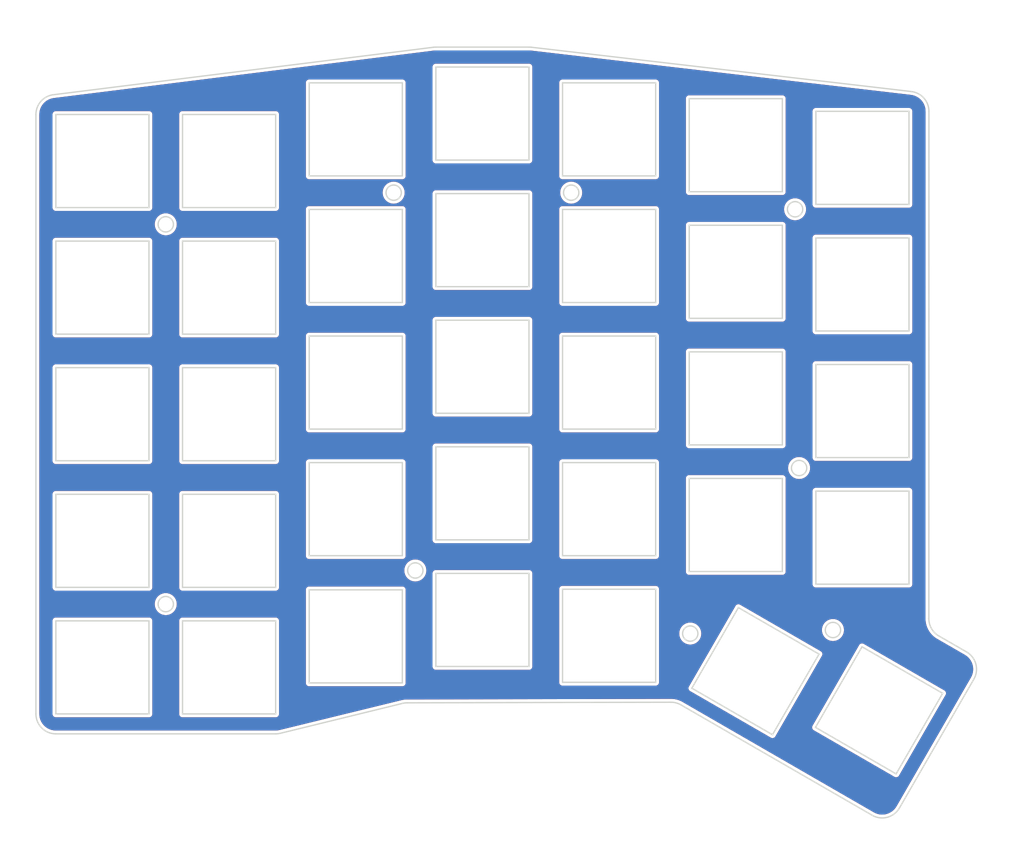
<source format=kicad_pcb>
(kicad_pcb (version 20211014) (generator pcbnew)
  (layers (0 "F.Cu" signal) (31 "B.Cu" signal) (34 "B.Paste" user) (35 "F.Paste" user) (36 "B.SilkS" user "B.Silkscreen") (37 "F.SilkS" user "F.Silkscreen") (38 "B.Mask" user) (39 "F.Mask" user) (44 "Edge.Cuts" user))
  (net 0 "")
  (gr_line (start 173.1733 99.2315) (end 187.1726 99.2315) (layer "Edge.Cuts") (width 0.2))
  (gr_line (start 96.9733 63.5127) (end 110.9726 63.5127) (layer "Edge.Cuts") (width 0.2))
  (gr_arc (start 77.92325 142.7129) (mid 75.801927 141.834221) (end 74.92325 139.7129) (layer "Edge.Cuts") (width 0.2))
  (gr_line (start 135.0733 118.5697) (end 135.0733 132.5691) (layer "Edge.Cuts") (width 0.2))
  (gr_line (start 173.1733 66.1822) (end 173.1733 80.1815) (layer "Edge.Cuts") (width 0.2))
  (gr_line (start 135.0733 99.5197) (end 135.0733 113.519) (layer "Edge.Cuts") (width 0.2))
  (gr_line (start 192.2236 82.0861) (end 206.2226 82.0861) (layer "Edge.Cuts") (width 0.2))
  (gr_line (start 96.9733 125.712) (end 96.9733 139.7129) (layer "Edge.Cuts") (width 0.2))
  (gr_line (start 206.2226 49.0364) (end 192.2236 49.034468) (layer "Edge.Cuts") (width 0.2))
  (gr_line (start 77.92325 125.712) (end 77.92325 139.7129) (layer "Edge.Cuts") (width 0.2))
  (gr_line (start 173.1733 80.1815) (end 187.1726 80.1815) (layer "Edge.Cuts") (width 0.2))
  (gr_line (start 91.9228 101.6127) (end 91.9228 87.612) (layer "Edge.Cuts") (width 0.2))
  (gr_circle (center 189.6981 102.709) (end 190.8481 102.709) (layer "Edge.Cuts") (width 0.2) (fill none))
  (gr_line (start 111.686523 142.626715) (end 130.03969 138.129948) (layer "Edge.Cuts") (width 0.2))
  (gr_circle (center 94.44805 123.18735) (end 95.59805 123.18735) (layer "Edge.Cuts") (width 0.2) (fill none))
  (gr_line (start 116.0233 63.8009) (end 116.0233 77.8002) (layer "Edge.Cuts") (width 0.2))
  (gr_line (start 154.1233 115.9002) (end 168.1226 115.9002) (layer "Edge.Cuts") (width 0.2))
  (gr_line (start 116.0233 135.0454) (end 130.0226 135.0454) (layer "Edge.Cuts") (width 0.2))
  (gr_line (start 185.6926 142.841) (end 173.5688 135.8419) (layer "Edge.Cuts") (width 0.2))
  (gr_line (start 110.9726 68.562) (end 96.9733 68.562) (layer "Edge.Cuts") (width 0.2))
  (gr_circle (center 155.423125 61.27555) (end 156.573125 61.27555) (layer "Edge.Cuts") (width 0.2) (fill none))
  (gr_line (start 192.221668 63.034167) (end 206.220668 63.0361) (layer "Edge.Cuts") (width 0.2))
  (gr_line (start 96.9733 87.612) (end 96.9733 101.6127) (layer "Edge.Cuts") (width 0.2))
  (gr_line (start 154.1233 101.9009) (end 154.1233 115.9002) (layer "Edge.Cuts") (width 0.2))
  (gr_line (start 110.9726 125.712) (end 96.9733 125.712) (layer "Edge.Cuts") (width 0.2))
  (gr_line (start 91.9228 120.6627) (end 91.9228 106.662) (layer "Edge.Cuts") (width 0.2))
  (gr_line (start 168.1226 44.7514) (end 154.1233 44.7514) (layer "Edge.Cuts") (width 0.2))
  (gr_line (start 110.9726 139.7129) (end 110.9726 125.712) (layer "Edge.Cuts") (width 0.2))
  (gr_line (start 91.9228 63.5127) (end 91.9228 49.5124) (layer "Edge.Cuts") (width 0.2))
  (gr_line (start 116.0233 82.8509) (end 116.0233 96.8502) (layer "Edge.Cuts") (width 0.2))
  (gr_line (start 110.9726 120.6627) (end 110.9726 106.662) (layer "Edge.Cuts") (width 0.2))
  (gr_line (start 134.701235 39.392562) (end 77.551185 46.535562) (layer "Edge.Cuts") (width 0.2))
  (gr_line (start 154.1233 58.7502) (end 168.1226 58.7502) (layer "Edge.Cuts") (width 0.2))
  (gr_line (start 173.1733 85.2322) (end 173.1733 99.2315) (layer "Edge.Cuts") (width 0.2))
  (gr_line (start 130.746828 138.04377) (end 170.420158 137.954045) (layer "Edge.Cuts") (width 0.2))
  (gr_line (start 135.0733 94.469) (end 149.0726 94.469) (layer "Edge.Cuts") (width 0.2))
  (gr_line (start 149.0726 113.519) (end 149.0726 99.5197) (layer "Edge.Cuts") (width 0.2))
  (gr_line (start 154.1233 77.8002) (end 168.1226 77.8002) (layer "Edge.Cuts") (width 0.2))
  (gr_line (start 135.0733 113.519) (end 149.0726 113.519) (layer "Edge.Cuts") (width 0.2))
  (gr_line (start 180.5696 123.7179) (end 192.6936 130.717) (layer "Edge.Cuts") (width 0.2))
  (gr_line (start 192.2236 49.034468) (end 192.221668 63.034167) (layer "Edge.Cuts") (width 0.2))
  (gr_line (start 135.0733 132.5691) (end 149.0726 132.5691) (layer "Edge.Cuts") (width 0.2))
  (gr_line (start 187.1726 99.2315) (end 187.1726 85.2322) (layer "Edge.Cuts") (width 0.2))
  (gr_line (start 149.0726 75.419) (end 149.0726 61.4197) (layer "Edge.Cuts") (width 0.2))
  (gr_line (start 149.0726 80.4697) (end 135.0733 80.4697) (layer "Edge.Cuts") (width 0.2))
  (gr_line (start 116.0233 77.8002) (end 130.0226 77.8002) (layer "Edge.Cuts") (width 0.2))
  (gr_circle (center 128.722775 61.27555) (end 129.872775 61.27555) (layer "Edge.Cuts") (width 0.2) (fill none))
  (gr_line (start 130.0226 58.7502) (end 130.0226 44.7514) (layer "Edge.Cuts") (width 0.2))
  (gr_line (start 187.1726 104.2822) (end 173.1733 104.2822) (layer "Edge.Cuts") (width 0.2))
  (gr_line (start 77.92325 142.7129) (end 110.9726 142.7129) (layer "Edge.Cuts") (width 0.2))
  (gr_line (start 154.1233 120.9509) (end 154.1233 134.9504) (layer "Edge.Cuts") (width 0.2))
  (gr_line (start 135.0733 56.3694) (end 149.0726 56.3694) (layer "Edge.Cuts") (width 0.2))
  (gr_line (start 96.9733 49.5124) (end 96.9733 63.5127) (layer "Edge.Cuts") (width 0.2))
  (gr_line (start 168.1226 58.7502) (end 168.1226 44.7514) (layer "Edge.Cuts") (width 0.2))
  (gr_line (start 204.2866 148.73762) (end 192.1626 141.7372) (layer "Edge.Cuts") (width 0.2))
  (gr_line (start 154.1233 96.8502) (end 168.1226 96.8502) (layer "Edge.Cuts") (width 0.2))
  (gr_line (start 171.927104 138.356055) (end 200.690741 154.965133) (layer "Edge.Cuts") (width 0.2))
  (gr_line (start 91.9228 68.562) (end 77.92325 68.562) (layer "Edge.Cuts") (width 0.2))
  (gr_line (start 110.9726 82.5627) (end 110.9726 68.562) (layer "Edge.Cuts") (width 0.2))
  (gr_arc (start 130.03969 138.129948) (mid 130.390692 138.065797) (end 130.746828 138.04377) (layer "Edge.Cuts") (width 0.2))
  (gr_line (start 206.570217 46.056608) (end 149.420217 39.389608) (layer "Edge.Cuts") (width 0.2))
  (gr_line (start 91.9228 49.5124) (end 77.92325 49.5124) (layer "Edge.Cuts") (width 0.2))
  (gr_line (start 130.0226 44.7514) (end 116.0233 44.7514) (layer "Edge.Cuts") (width 0.2))
  (gr_arc (start 210.711948 127.977276) (mid 209.61384 126.87903) (end 209.212061 125.378851) (layer "Edge.Cuts") (width 0.2))
  (gr_line (start 110.9726 63.5127) (end 110.9726 49.5124) (layer "Edge.Cuts") (width 0.2))
  (gr_line (start 168.1226 63.8009) (end 154.1233 63.8009) (layer "Edge.Cuts") (width 0.2))
  (gr_line (start 199.1616 129.6118) (end 211.2856 136.6123) (layer "Edge.Cuts") (width 0.2))
  (gr_line (start 154.1233 134.9504) (end 168.1226 134.9504) (layer "Edge.Cuts") (width 0.2))
  (gr_line (start 173.5688 135.8419) (end 180.5696 123.7179) (layer "Edge.Cuts") (width 0.2))
  (gr_line (start 173.1733 47.1324) (end 173.1733 61.1315) (layer "Edge.Cuts") (width 0.2))
  (gr_line (start 116.0233 44.7514) (end 116.0233 58.7502) (layer "Edge.Cuts") (width 0.2))
  (gr_line (start 149.0726 61.4197) (end 135.0733 61.4197) (layer "Edge.Cuts") (width 0.2))
  (gr_line (start 168.1226 101.9009) (end 154.1233 101.9009) (layer "Edge.Cuts") (width 0.2))
  (gr_line (start 130.0226 96.8502) (end 130.0226 82.8509) (layer "Edge.Cuts") (width 0.2))
  (gr_line (start 135.0733 75.419) (end 149.0726 75.419) (layer "Edge.Cuts") (width 0.2))
  (gr_line (start 149.0726 118.5697) (end 135.0733 118.5697) (layer "Edge.Cuts") (width 0.2))
  (gr_line (start 91.9228 139.7129) (end 91.9228 125.712) (layer "Edge.Cuts") (width 0.2))
  (gr_line (start 192.2236 68.0865) (end 192.2236 82.0861) (layer "Edge.Cuts") (width 0.2))
  (gr_line (start 187.1726 66.1822) (end 173.1733 66.1822) (layer "Edge.Cuts") (width 0.2))
  (gr_line (start 77.92325 106.662) (end 77.92325 120.6627) (layer "Edge.Cuts") (width 0.2))
  (gr_line (start 154.1233 63.8009) (end 154.1233 77.8002) (layer "Edge.Cuts") (width 0.2))
  (gr_line (start 116.0233 121.0458) (end 116.0233 135.0454) (layer "Edge.Cuts") (width 0.2))
  (gr_line (start 206.2226 106.1865) (end 192.2236 106.1865) (layer "Edge.Cuts") (width 0.2))
  (gr_arc (start 170.420158 137.954045) (mid 171.200217 138.055397) (end 171.927104 138.356055) (layer "Edge.Cuts") (width 0.2))
  (gr_line (start 96.9733 120.6627) (end 110.9726 120.6627) (layer "Edge.Cuts") (width 0.2))
  (gr_line (start 206.220668 63.0361) (end 206.2226 49.0364) (layer "Edge.Cuts") (width 0.2))
  (gr_line (start 209.212061 125.378851) (end 209.2226 49.036814) (layer "Edge.Cuts") (width 0.2))
  (gr_arc (start 206.570217 46.056608) (mid 208.46359 47.041921) (end 209.2226 49.036814) (layer "Edge.Cuts") (width 0.2))
  (gr_line (start 91.9228 106.662) (end 77.92325 106.662) (layer "Edge.Cuts") (width 0.2))
  (gr_line (start 187.1726 85.2322) (end 173.1733 85.2322) (layer "Edge.Cuts") (width 0.2))
  (gr_line (start 116.0233 58.7502) (end 130.0226 58.7502) (layer "Edge.Cuts") (width 0.2))
  (gr_line (start 187.1726 80.1815) (end 187.1726 66.1822) (layer "Edge.Cuts") (width 0.2))
  (gr_line (start 204.788917 153.867257) (end 215.980997 134.483849) (layer "Edge.Cuts") (width 0.2))
  (gr_line (start 192.2236 106.1865) (end 192.2236 120.1861) (layer "Edge.Cuts") (width 0.2))
  (gr_line (start 135.0733 61.4197) (end 135.0733 75.419) (layer "Edge.Cuts") (width 0.2))
  (gr_arc (start 149.0726 39.3694) (mid 149.246702 39.374457) (end 149.420217 39.389608) (layer "Edge.Cuts") (width 0.2))
  (gr_circle (center 194.78912 127.087093) (end 195.93912 127.087093) (layer "Edge.Cuts") (width 0.2) (fill none))
  (gr_line (start 130.0226 115.9002) (end 130.0226 101.9009) (layer "Edge.Cuts") (width 0.2))
  (gr_arc (start 111.686523 142.626715) (mid 111.332153 142.691278) (end 110.9726 142.7129) (layer "Edge.Cuts") (width 0.2))
  (gr_line (start 168.1226 134.9504) (end 168.1226 120.9509) (layer "Edge.Cuts") (width 0.2))
  (gr_line (start 110.9726 49.5124) (end 96.9733 49.5124) (layer "Edge.Cuts") (width 0.2))
  (gr_line (start 77.92325 82.5627) (end 91.9228 82.5627) (layer "Edge.Cuts") (width 0.2))
  (gr_line (start 116.0233 101.9009) (end 116.0233 115.9002) (layer "Edge.Cuts") (width 0.2))
  (gr_line (start 192.6936 130.717) (end 185.6926 142.841) (layer "Edge.Cuts") (width 0.2))
  (gr_line (start 130.0226 82.8509) (end 116.0233 82.8509) (layer "Edge.Cuts") (width 0.2))
  (gr_line (start 116.0233 115.9002) (end 130.0226 115.9002) (layer "Edge.Cuts") (width 0.2))
  (gr_arc (start 204.788917 153.867257) (mid 202.967207 155.264962) (end 200.690741 154.965133) (layer "Edge.Cuts") (width 0.2))
  (gr_arc (start 134.701235 39.392562) (mid 134.886907 39.375197) (end 135.0733 39.3694) (layer "Edge.Cuts") (width 0.2))
  (gr_line (start 96.9733 139.7129) (end 110.9726 139.7129) (layer "Edge.Cuts") (width 0.2))
  (gr_line (start 149.0726 42.3694) (end 135.0733 42.3694) (layer "Edge.Cuts") (width 0.2))
  (gr_arc (start 74.92325 49.5124) (mid 75.674228 47.526976) (end 77.551185 46.535562) (layer "Edge.Cuts") (width 0.2))
  (gr_line (start 149.0726 94.469) (end 149.0726 80.4697) (layer "Edge.Cuts") (width 0.2))
  (gr_line (start 96.9733 101.6127) (end 110.9726 101.6127) (layer "Edge.Cuts") (width 0.2))
  (gr_line (start 206.2226 101.1361) (end 206.2226 87.1365) (layer "Edge.Cuts") (width 0.2))
  (gr_line (start 154.1233 44.7514) (end 154.1233 58.7502) (layer "Edge.Cuts") (width 0.2))
  (gr_line (start 77.92325 101.6127) (end 91.9228 101.6127) (layer "Edge.Cuts") (width 0.2))
  (gr_line (start 91.9228 87.612) (end 77.92325 87.612) (layer "Edge.Cuts") (width 0.2))
  (gr_line (start 173.1733 61.1315) (end 187.1726 61.1315) (layer "Edge.Cuts") (width 0.2))
  (gr_line (start 206.2226 68.0865) (end 192.2236 68.0865) (layer "Edge.Cuts") (width 0.2))
  (gr_line (start 130.0226 63.8009) (end 116.0233 63.8009) (layer "Edge.Cuts") (width 0.2))
  (gr_line (start 135.0733 80.4697) (end 135.0733 94.469) (layer "Edge.Cuts") (width 0.2))
  (gr_line (start 77.92325 139.7129) (end 91.9228 139.7129) (layer "Edge.Cuts") (width 0.2))
  (gr_line (start 135.0733 42.3694) (end 135.0733 56.3694) (layer "Edge.Cuts") (width 0.2))
  (gr_line (start 168.1226 96.8502) (end 168.1226 82.8509) (layer "Edge.Cuts") (width 0.2))
  (gr_line (start 116.0233 96.8502) (end 130.0226 96.8502) (layer "Edge.Cuts") (width 0.2))
  (gr_line (start 96.9733 82.5627) (end 110.9726 82.5627) (layer "Edge.Cuts") (width 0.2))
  (gr_line (start 149.0726 39.3694) (end 135.0733 39.3694) (layer "Edge.Cuts") (width 0.2))
  (gr_line (start 192.2236 87.1365) (end 192.2236 101.1361) (layer "Edge.Cuts") (width 0.2))
  (gr_line (start 130.0226 135.0454) (end 130.0226 121.0458) (layer "Edge.Cuts") (width 0.2))
  (gr_line (start 77.92325 63.5127) (end 91.9228 63.5127) (layer "Edge.Cuts") (width 0.2))
  (gr_line (start 77.92325 120.6627) (end 91.9228 120.6627) (layer "Edge.Cuts") (width 0.2))
  (gr_line (start 96.9733 68.562) (end 96.9733 82.5627) (layer "Edge.Cuts") (width 0.2))
  (gr_line (start 130.0226 121.0458) (end 116.0233 121.0458) (layer "Edge.Cuts") (width 0.2))
  (gr_line (start 110.9726 87.612) (end 96.9733 87.612) (layer "Edge.Cuts") (width 0.2))
  (gr_line (start 173.1733 104.2822) (end 173.1733 118.2815) (layer "Edge.Cuts") (width 0.2))
  (gr_line (start 211.2856 136.6123) (end 204.2866 148.73762) (layer "Edge.Cuts") (width 0.2))
  (gr_circle (center 94.44805 66.03735) (end 95.59805 66.03735) (layer "Edge.Cuts") (width 0.2) (fill none))
  (gr_line (start 149.0726 132.5691) (end 149.0726 118.5697) (layer "Edge.Cuts") (width 0.2))
  (gr_line (start 96.9733 106.662) (end 96.9733 120.6627) (layer "Edge.Cuts") (width 0.2))
  (gr_line (start 149.0726 56.3694) (end 149.0726 42.3694) (layer "Edge.Cuts") (width 0.2))
  (gr_line (start 187.1726 118.2815) (end 187.1726 104.2822) (layer "Edge.Cuts") (width 0.2))
  (gr_line (start 77.92325 49.5124) (end 77.92325 63.5127) (layer "Edge.Cuts") (width 0.2))
  (gr_line (start 91.9228 82.5627) (end 91.9228 68.562) (layer "Edge.Cuts") (width 0.2))
  (gr_line (start 74.92325 49.5124) (end 74.92325 139.7129) (layer "Edge.Cuts") (width 0.2))
  (gr_line (start 168.1226 82.8509) (end 154.1233 82.8509) (layer "Edge.Cuts") (width 0.2))
  (gr_line (start 187.1726 47.1324) (end 173.1733 47.1324) (layer "Edge.Cuts") (width 0.2))
  (gr_circle (center 189.092782 63.775504) (end 190.242782 63.775504) (layer "Edge.Cuts") (width 0.2) (fill none))
  (gr_circle (center 131.981493 118.126562) (end 133.131493 118.126562) (layer "Edge.Cuts") (width 0.2) (fill none))
  (gr_line (start 206.2226 87.1365) (end 192.2236 87.1365) (layer "Edge.Cuts") (width 0.2))
  (gr_line (start 77.92325 68.562) (end 77.92325 82.5627) (layer "Edge.Cuts") (width 0.2))
  (gr_line (start 173.1733 118.2815) (end 187.1726 118.2815) (layer "Edge.Cuts") (width 0.2))
  (gr_line (start 192.2236 120.1861) (end 206.2226 120.1861) (layer "Edge.Cuts") (width 0.2))
  (gr_line (start 110.9726 106.662) (end 96.9733 106.662) (layer "Edge.Cuts") (width 0.2))
  (gr_line (start 130.0226 77.8002) (end 130.0226 63.8009) (layer "Edge.Cuts") (width 0.2))
  (gr_arc (start 214.883096 130.385732) (mid 216.280778 132.207405) (end 215.980997 134.483849) (layer "Edge.Cuts") (width 0.2))
  (gr_line (start 168.1226 120.9509) (end 154.1233 120.9509) (layer "Edge.Cuts") (width 0.2))
  (gr_circle (center 173.32899 127.620178) (end 174.47899 127.620178) (layer "Edge.Cuts") (width 0.2) (fill none))
  (gr_line (start 77.92325 87.612) (end 77.92325 101.6127) (layer "Edge.Cuts") (width 0.2))
  (gr_line (start 91.9228 125.712) (end 77.92325 125.712) (layer "Edge.Cuts") (width 0.2))
  (gr_line (start 168.1226 77.8002) (end 168.1226 63.8009) (layer "Edge.Cuts") (width 0.2))
  (gr_line (start 192.2236 101.1361) (end 206.2226 101.1361) (layer "Edge.Cuts") (width 0.2))
  (gr_line (start 192.1626 141.7372) (end 199.1616 129.6118) (layer "Edge.Cuts") (width 0.2))
  (gr_line (start 214.883096 130.385732) (end 210.711948 127.977276) (layer "Edge.Cuts") (width 0.2))
  (gr_line (start 149.0726 99.5197) (end 135.0733 99.5197) (layer "Edge.Cuts") (width 0.2))
  (gr_line (start 206.2226 82.0861) (end 206.2226 68.0865) (layer "Edge.Cuts") (width 0.2))
  (gr_line (start 168.1226 115.9002) (end 168.1226 101.9009) (layer "Edge.Cuts") (width 0.2))
  (gr_line (start 130.0226 101.9009) (end 116.0233 101.9009) (layer "Edge.Cuts") (width 0.2))
  (gr_line (start 110.9726 101.6127) (end 110.9726 87.612) (layer "Edge.Cuts") (width 0.2))
  (gr_line (start 154.1233 82.8509) (end 154.1233 96.8502) (layer "Edge.Cuts") (width 0.2))
  (gr_line (start 187.1726 61.1315) (end 187.1726 47.1324) (layer "Edge.Cuts") (width 0.2))
  (gr_line (start 206.2226 120.1861) (end 206.2226 106.1865) (layer "Edge.Cuts") (width 0.2))
  (zone (net 0) (net_name "") (layers F&B.Cu) (connect_pads (clearance 0.508)) (min_thickness 0.254) (fill yes (thermal_gap 0.508) (thermal_bridge_width 0.508))
    (polygon (pts (xy 154.5082 32.5882) (xy 213.9188 42.164) (xy 213.614 123.0122) (xy 223.52 129.413) (xy 204.6732 162.306) (xy 171.4246 142.494) (xy 129.8956 142.8242) (xy 109.1438 149.5298) (xy 69.5198 146.3294) (xy 70.7898 43.1292) (xy 136.6012 32.2834)))
  )
)
</source>
